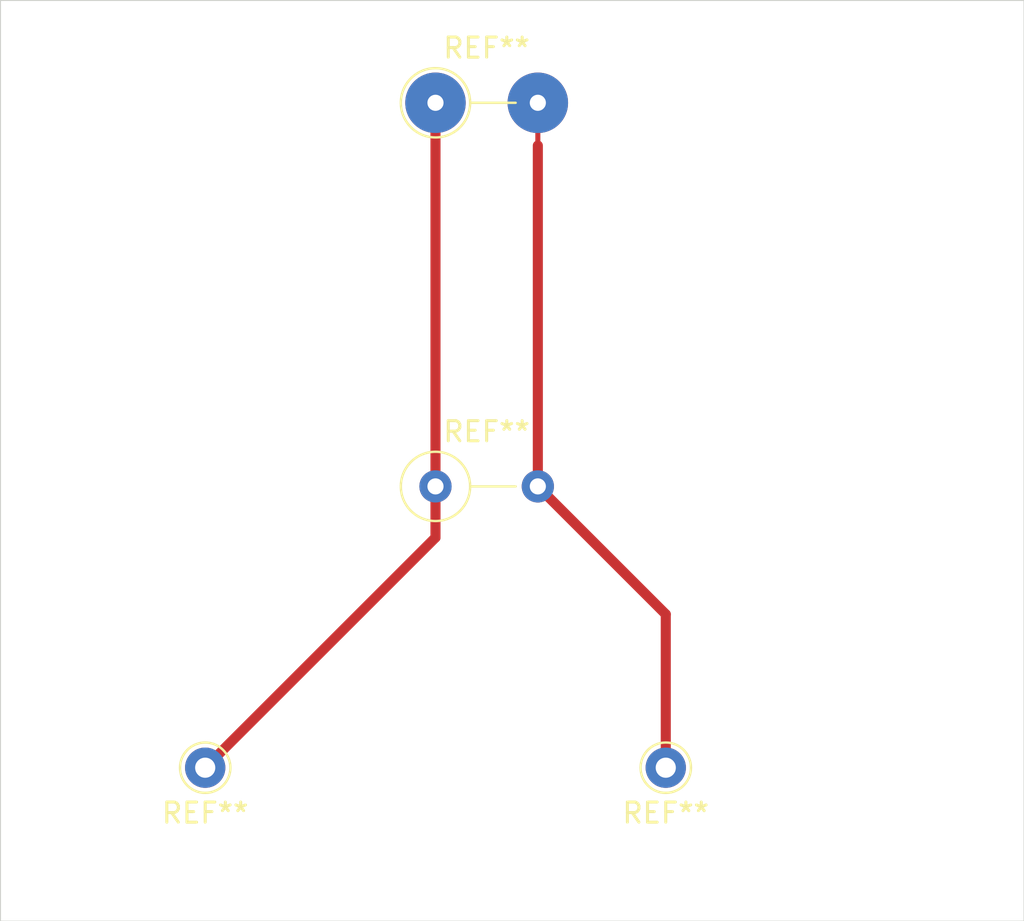
<source format=kicad_pcb>
(kicad_pcb (version 20171130) (host pcbnew "(5.1.5)-1")

  (general
    (thickness 1.6)
    (drawings 4)
    (tracks 7)
    (zones 0)
    (modules 4)
    (nets 1)
  )

  (page A4)
  (layers
    (0 F.Cu signal)
    (31 B.Cu signal)
    (32 B.Adhes user)
    (33 F.Adhes user)
    (34 B.Paste user)
    (35 F.Paste user)
    (36 B.SilkS user)
    (37 F.SilkS user)
    (38 B.Mask user)
    (39 F.Mask user)
    (40 Dwgs.User user)
    (41 Cmts.User user)
    (42 Eco1.User user)
    (43 Eco2.User user)
    (44 Edge.Cuts user)
    (45 Margin user)
    (46 B.CrtYd user)
    (47 F.CrtYd user)
    (48 B.Fab user)
    (49 F.Fab user)
  )

  (setup
    (last_trace_width 0.25)
    (trace_clearance 0.2)
    (zone_clearance 0.508)
    (zone_45_only no)
    (trace_min 0.2)
    (via_size 0.8)
    (via_drill 0.4)
    (via_min_size 0.4)
    (via_min_drill 0.3)
    (uvia_size 0.3)
    (uvia_drill 0.1)
    (uvias_allowed no)
    (uvia_min_size 0.2)
    (uvia_min_drill 0.1)
    (edge_width 0.05)
    (segment_width 0.2)
    (pcb_text_width 0.3)
    (pcb_text_size 1.5 1.5)
    (mod_edge_width 0.12)
    (mod_text_size 1 1)
    (mod_text_width 0.15)
    (pad_size 3 3)
    (pad_drill 0.8)
    (pad_to_mask_clearance 0.051)
    (solder_mask_min_width 0.25)
    (aux_axis_origin 93.98 119.38)
    (visible_elements FFFFFF7F)
    (pcbplotparams
      (layerselection 0x01020_7fffffff)
      (usegerberextensions false)
      (usegerberattributes false)
      (usegerberadvancedattributes false)
      (creategerberjobfile true)
      (excludeedgelayer true)
      (linewidth 0.100000)
      (plotframeref false)
      (viasonmask false)
      (mode 1)
      (useauxorigin true)
      (hpglpennumber 1)
      (hpglpenspeed 20)
      (hpglpendiameter 15.000000)
      (psnegative false)
      (psa4output false)
      (plotreference true)
      (plotvalue true)
      (plotinvisibletext false)
      (padsonsilk false)
      (subtractmaskfromsilk false)
      (outputformat 1)
      (mirror false)
      (drillshape 0)
      (scaleselection 1)
      (outputdirectory "gerber15/"))
  )

  (net 0 "")

  (net_class Default "Dies ist die voreingestellte Netzklasse."
    (clearance 0.2)
    (trace_width 0.25)
    (via_dia 0.8)
    (via_drill 0.4)
    (uvia_dia 0.3)
    (uvia_drill 0.1)
  )

  (module Connector_Pin:Pin_D1.0mm_L10.0mm (layer F.Cu) (tedit 5A1DC084) (tstamp 6141F8A2)
    (at 129.54 109.22)
    (descr "solder Pin_ diameter 1.0mm, hole diameter 1.0mm (press fit), length 10.0mm")
    (tags "solder Pin_ press fit")
    (fp_text reference REF** (at 0 2.25) (layer F.SilkS)
      (effects (font (size 1 1) (thickness 0.15)))
    )
    (fp_text value Pin_D1.0mm_L10.0mm (at 0 -2.05) (layer F.Fab)
      (effects (font (size 1 1) (thickness 0.15)))
    )
    (fp_text user %R (at 0 2.25) (layer F.Fab)
      (effects (font (size 1 1) (thickness 0.15)))
    )
    (fp_circle (center 0 0) (end 1.5 0) (layer F.CrtYd) (width 0.05))
    (fp_circle (center 0 0) (end 0.5 0) (layer F.Fab) (width 0.12))
    (fp_circle (center 0 0) (end 1 0) (layer F.Fab) (width 0.12))
    (fp_circle (center 0 0) (end 1.25 0.05) (layer F.SilkS) (width 0.12))
    (pad 1 thru_hole circle (at 0 0) (size 2 2) (drill 1) (layers *.Cu *.Mask))
    (model ${KISYS3DMOD}/Connector_Pin.3dshapes/Pin_D1.0mm_L10.0mm.wrl
      (at (xyz 0 0 0))
      (scale (xyz 1 1 1))
      (rotate (xyz 0 0 0))
    )
  )

  (module Connector_Pin:Pin_D1.0mm_L10.0mm (layer F.Cu) (tedit 5A1DC084) (tstamp 6141F88F)
    (at 106.68 109.22)
    (descr "solder Pin_ diameter 1.0mm, hole diameter 1.0mm (press fit), length 10.0mm")
    (tags "solder Pin_ press fit")
    (fp_text reference REF** (at 0 2.25) (layer F.SilkS)
      (effects (font (size 1 1) (thickness 0.15)))
    )
    (fp_text value Pin_D1.0mm_L10.0mm (at 0 -2.05) (layer F.Fab)
      (effects (font (size 1 1) (thickness 0.15)))
    )
    (fp_circle (center 0 0) (end 1.25 0.05) (layer F.SilkS) (width 0.12))
    (fp_circle (center 0 0) (end 1 0) (layer F.Fab) (width 0.12))
    (fp_circle (center 0 0) (end 0.5 0) (layer F.Fab) (width 0.12))
    (fp_circle (center 0 0) (end 1.5 0) (layer F.CrtYd) (width 0.05))
    (fp_text user %R (at 0 2.25) (layer F.Fab)
      (effects (font (size 1 1) (thickness 0.15)))
    )
    (pad 1 thru_hole circle (at 0 0) (size 2 2) (drill 1) (layers *.Cu *.Mask))
    (model ${KISYS3DMOD}/Connector_Pin.3dshapes/Pin_D1.0mm_L10.0mm.wrl
      (at (xyz 0 0 0))
      (scale (xyz 1 1 1))
      (rotate (xyz 0 0 0))
    )
  )

  (module Resistor_THT:R_Axial_DIN0309_L9.0mm_D3.2mm_P5.08mm_Vertical (layer F.Cu) (tedit 5AE5139B) (tstamp 6141E8EE)
    (at 118.11 95.25)
    (descr "Resistor, Axial_DIN0309 series, Axial, Vertical, pin pitch=5.08mm, 0.5W = 1/2W, length*diameter=9*3.2mm^2, http://cdn-reichelt.de/documents/datenblatt/B400/1_4W%23YAG.pdf")
    (tags "Resistor Axial_DIN0309 series Axial Vertical pin pitch 5.08mm 0.5W = 1/2W length 9mm diameter 3.2mm")
    (fp_text reference REF** (at 2.54 -2.72) (layer F.SilkS)
      (effects (font (size 1 1) (thickness 0.15)))
    )
    (fp_text value R_Axial_DIN0309_L9.0mm_D3.2mm_P5.08mm_Vertical (at 2.54 2.72) (layer F.Fab)
      (effects (font (size 1 1) (thickness 0.15)))
    )
    (fp_circle (center 0 0) (end 1.6 0) (layer F.Fab) (width 0.1))
    (fp_circle (center 0 0) (end 1.72 0) (layer F.SilkS) (width 0.12))
    (fp_line (start 0 0) (end 5.08 0) (layer F.Fab) (width 0.1))
    (fp_line (start 1.72 0) (end 3.98 0) (layer F.SilkS) (width 0.12))
    (fp_line (start -1.85 -1.85) (end -1.85 1.85) (layer F.CrtYd) (width 0.05))
    (fp_line (start -1.85 1.85) (end 6.13 1.85) (layer F.CrtYd) (width 0.05))
    (fp_line (start 6.13 1.85) (end 6.13 -1.85) (layer F.CrtYd) (width 0.05))
    (fp_line (start 6.13 -1.85) (end -1.85 -1.85) (layer F.CrtYd) (width 0.05))
    (fp_text user %R (at 2.54 -2.72) (layer F.Fab)
      (effects (font (size 1 1) (thickness 0.15)))
    )
    (pad 1 thru_hole circle (at 0 0) (size 1.6 1.6) (drill 0.8) (layers *.Cu *.Mask))
    (pad 2 thru_hole oval (at 5.08 0) (size 1.6 1.6) (drill 0.8) (layers *.Cu *.Mask))
    (model ${KISYS3DMOD}/Resistor_THT.3dshapes/R_Axial_DIN0309_L9.0mm_D3.2mm_P5.08mm_Vertical.wrl
      (at (xyz 0 0 0))
      (scale (xyz 1 1 1))
      (rotate (xyz 0 0 0))
    )
  )

  (module Resistor_THT:R_Axial_DIN0309_L9.0mm_D3.2mm_P5.08mm_Vertical (layer F.Cu) (tedit 61419797) (tstamp 6141E8C3)
    (at 118.11 76.2)
    (descr "Resistor, Axial_DIN0309 series, Axial, Vertical, pin pitch=5.08mm, 0.5W = 1/2W, length*diameter=9*3.2mm^2, http://cdn-reichelt.de/documents/datenblatt/B400/1_4W%23YAG.pdf")
    (tags "Resistor Axial_DIN0309 series Axial Vertical pin pitch 5.08mm 0.5W = 1/2W length 9mm diameter 3.2mm")
    (fp_text reference REF** (at 2.54 -2.72) (layer F.SilkS)
      (effects (font (size 1 1) (thickness 0.15)))
    )
    (fp_text value R_Axial_DIN0309_L9.0mm_D3.2mm_P5.08mm_Vertical (at 2.54 2.72) (layer F.Fab)
      (effects (font (size 1 1) (thickness 0.15)))
    )
    (fp_text user %R (at 2.54 -2.72) (layer F.Fab)
      (effects (font (size 1 1) (thickness 0.15)))
    )
    (fp_line (start 6.13 -1.85) (end -1.85 -1.85) (layer F.CrtYd) (width 0.05))
    (fp_line (start 6.13 1.85) (end 6.13 -1.85) (layer F.CrtYd) (width 0.05))
    (fp_line (start -1.85 1.85) (end 6.13 1.85) (layer F.CrtYd) (width 0.05))
    (fp_line (start -1.85 -1.85) (end -1.85 1.85) (layer F.CrtYd) (width 0.05))
    (fp_line (start 1.72 0) (end 3.98 0) (layer F.SilkS) (width 0.12))
    (fp_line (start 0 0) (end 5.08 0) (layer F.Fab) (width 0.1))
    (fp_circle (center 0 0) (end 1.72 0) (layer F.SilkS) (width 0.12))
    (fp_circle (center 0 0) (end 1.6 0) (layer F.Fab) (width 0.1))
    (pad 2 thru_hole oval (at 5.08 0) (size 3 3) (drill 0.8) (layers *.Cu *.Mask))
    (pad 1 thru_hole circle (at 0 0) (size 3 3) (drill 0.8) (layers *.Cu *.Mask))
    (model ${KISYS3DMOD}/Resistor_THT.3dshapes/R_Axial_DIN0309_L9.0mm_D3.2mm_P5.08mm_Vertical.wrl
      (at (xyz 0 0 0))
      (scale (xyz 1 1 1))
      (rotate (xyz 0 0 0))
    )
  )

  (gr_line (start 96.52 116.84) (end 96.52 71.12) (layer Edge.Cuts) (width 0.05) (tstamp 6141E978))
  (gr_line (start 147.32 116.84) (end 96.52 116.84) (layer Edge.Cuts) (width 0.05))
  (gr_line (start 147.32 71.12) (end 147.32 116.84) (layer Edge.Cuts) (width 0.05))
  (gr_line (start 96.52 71.12) (end 147.32 71.12) (layer Edge.Cuts) (width 0.05))

  (segment (start 118.11 95.25) (end 118.11 76.2) (width 0.5) (layer F.Cu) (net 0))
  (segment (start 129.54 101.6) (end 123.19 95.25) (width 0.5) (layer F.Cu) (net 0))
  (segment (start 129.54 109.22) (end 129.54 101.6) (width 0.5) (layer F.Cu) (net 0))
  (segment (start 118.11 97.79) (end 106.68 109.22) (width 0.5) (layer F.Cu) (net 0))
  (segment (start 118.11 95.25) (end 118.11 97.79) (width 0.5) (layer F.Cu) (net 0))
  (segment (start 123.19 78.32132) (end 123.19 95.25) (width 0.5) (layer F.Cu) (net 0))
  (segment (start 123.19 76.2) (end 123.19 78.32132) (width 0.25) (layer F.Cu) (net 0))

)

</source>
